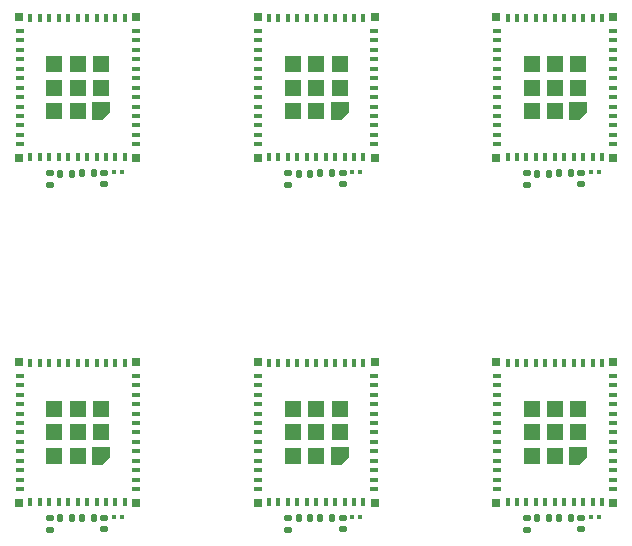
<source format=gbp>
G04 #@! TF.GenerationSoftware,KiCad,Pcbnew,9.0.0-9.0.0-2~ubuntu24.04.1*
G04 #@! TF.CreationDate,2025-03-16T16:10:11-04:00*
G04 #@! TF.ProjectId,panel9,70616e65-6c39-42e6-9b69-6361645f7063,rev?*
G04 #@! TF.SameCoordinates,Original*
G04 #@! TF.FileFunction,Paste,Bot*
G04 #@! TF.FilePolarity,Positive*
%FSLAX46Y46*%
G04 Gerber Fmt 4.6, Leading zero omitted, Abs format (unit mm)*
G04 Created by KiCad (PCBNEW 9.0.0-9.0.0-2~ubuntu24.04.1) date 2025-03-16 16:10:11*
%MOMM*%
%LPD*%
G01*
G04 APERTURE LIST*
G04 Aperture macros list*
%AMRoundRect*
0 Rectangle with rounded corners*
0 $1 Rounding radius*
0 $2 $3 $4 $5 $6 $7 $8 $9 X,Y pos of 4 corners*
0 Add a 4 corners polygon primitive as box body*
4,1,4,$2,$3,$4,$5,$6,$7,$8,$9,$2,$3,0*
0 Add four circle primitives for the rounded corners*
1,1,$1+$1,$2,$3*
1,1,$1+$1,$4,$5*
1,1,$1+$1,$6,$7*
1,1,$1+$1,$8,$9*
0 Add four rect primitives between the rounded corners*
20,1,$1+$1,$2,$3,$4,$5,0*
20,1,$1+$1,$4,$5,$6,$7,0*
20,1,$1+$1,$6,$7,$8,$9,0*
20,1,$1+$1,$8,$9,$2,$3,0*%
%AMFreePoly0*
4,1,6,0.725000,-0.725000,-0.125000,-0.725000,-0.725000,-0.125000,-0.725000,0.725000,0.725000,0.725000,0.725000,-0.725000,0.725000,-0.725000,$1*%
G04 Aperture macros list end*
%ADD10RoundRect,0.079500X-0.079500X-0.100500X0.079500X-0.100500X0.079500X0.100500X-0.079500X0.100500X0*%
%ADD11R,0.400000X0.800000*%
%ADD12R,0.800000X0.400000*%
%ADD13R,1.450000X1.450000*%
%ADD14FreePoly0,90.000000*%
%ADD15R,0.700000X0.700000*%
%ADD16RoundRect,0.135000X-0.185000X0.135000X-0.185000X-0.135000X0.185000X-0.135000X0.185000X0.135000X0*%
%ADD17RoundRect,0.135000X-0.135000X-0.185000X0.135000X-0.185000X0.135000X0.185000X-0.135000X0.185000X0*%
%ADD18RoundRect,0.140000X-0.170000X0.140000X-0.170000X-0.140000X0.170000X-0.140000X0.170000X0.140000X0*%
%ADD19RoundRect,0.140000X-0.140000X-0.170000X0.140000X-0.170000X0.140000X0.170000X-0.140000X0.170000X0*%
G04 APERTURE END LIST*
D10*
G04 #@! TO.C,C13*
X43555000Y-32550000D03*
X44245000Y-32550000D03*
G04 #@! TD*
D11*
G04 #@! TO.C,U3*
X24300000Y-31300000D03*
X23500000Y-31300000D03*
X22700000Y-31300000D03*
X21900000Y-31300000D03*
X21100000Y-31300000D03*
X20300000Y-31300000D03*
X19500000Y-31300000D03*
X18700000Y-31300000D03*
X17900000Y-31300000D03*
X17100000Y-31300000D03*
X16300000Y-31300000D03*
D12*
X15400000Y-30200000D03*
X15400000Y-29400000D03*
X15400000Y-28600000D03*
X15400000Y-27800000D03*
X15400000Y-27000000D03*
X15400000Y-26200000D03*
X15400000Y-25400000D03*
X15400000Y-24600000D03*
X15400000Y-23800000D03*
X15400000Y-23000000D03*
X15400000Y-22200000D03*
X15400000Y-21400000D03*
X15400000Y-20600000D03*
D11*
X16300000Y-19500000D03*
X17100000Y-19500000D03*
X17900000Y-19500000D03*
X18700000Y-19500000D03*
X19500000Y-19500000D03*
X20300000Y-19500000D03*
X21100000Y-19500000D03*
X21900000Y-19500000D03*
X22700000Y-19500000D03*
X23500000Y-19500000D03*
X24300000Y-19500000D03*
D12*
X25200000Y-20600000D03*
X25200000Y-21400000D03*
X25200000Y-22200000D03*
X25200000Y-23000000D03*
X25200000Y-23800000D03*
X25200000Y-24600000D03*
X25200000Y-25400000D03*
X25200000Y-26200000D03*
X25200000Y-27000000D03*
X25200000Y-27800000D03*
X25200000Y-28600000D03*
X25200000Y-29400000D03*
X25200000Y-30200000D03*
D13*
X18325000Y-27375000D03*
X20300000Y-27375000D03*
D14*
X22275000Y-27375000D03*
D13*
X18325000Y-25400000D03*
X20300000Y-25400000D03*
X22275000Y-25400000D03*
X18325000Y-23425000D03*
X20300000Y-23425000D03*
X22275000Y-23425000D03*
D15*
X25250000Y-19450000D03*
X15350000Y-19450000D03*
X15350000Y-31350000D03*
X25250000Y-31350000D03*
G04 #@! TD*
D11*
G04 #@! TO.C,U3*
X64700000Y-31300000D03*
X63900000Y-31300000D03*
X63100000Y-31300000D03*
X62300000Y-31300000D03*
X61500000Y-31300000D03*
X60700000Y-31300000D03*
X59900000Y-31300000D03*
X59100000Y-31300000D03*
X58300000Y-31300000D03*
X57500000Y-31300000D03*
X56700000Y-31300000D03*
D12*
X55800000Y-30200000D03*
X55800000Y-29400000D03*
X55800000Y-28600000D03*
X55800000Y-27800000D03*
X55800000Y-27000000D03*
X55800000Y-26200000D03*
X55800000Y-25400000D03*
X55800000Y-24600000D03*
X55800000Y-23800000D03*
X55800000Y-23000000D03*
X55800000Y-22200000D03*
X55800000Y-21400000D03*
X55800000Y-20600000D03*
D11*
X56700000Y-19500000D03*
X57500000Y-19500000D03*
X58300000Y-19500000D03*
X59100000Y-19500000D03*
X59900000Y-19500000D03*
X60700000Y-19500000D03*
X61500000Y-19500000D03*
X62300000Y-19500000D03*
X63100000Y-19500000D03*
X63900000Y-19500000D03*
X64700000Y-19500000D03*
D12*
X65600000Y-20600000D03*
X65600000Y-21400000D03*
X65600000Y-22200000D03*
X65600000Y-23000000D03*
X65600000Y-23800000D03*
X65600000Y-24600000D03*
X65600000Y-25400000D03*
X65600000Y-26200000D03*
X65600000Y-27000000D03*
X65600000Y-27800000D03*
X65600000Y-28600000D03*
X65600000Y-29400000D03*
X65600000Y-30200000D03*
D13*
X58725000Y-27375000D03*
X60700000Y-27375000D03*
D14*
X62675000Y-27375000D03*
D13*
X58725000Y-25400000D03*
X60700000Y-25400000D03*
X62675000Y-25400000D03*
X58725000Y-23425000D03*
X60700000Y-23425000D03*
X62675000Y-23425000D03*
D15*
X65650000Y-19450000D03*
X55750000Y-19450000D03*
X55750000Y-31350000D03*
X65650000Y-31350000D03*
G04 #@! TD*
D10*
G04 #@! TO.C,C13*
X23355000Y-32550000D03*
X24045000Y-32550000D03*
G04 #@! TD*
D16*
G04 #@! TO.C,R6*
X38130000Y-61820000D03*
X38130000Y-62840000D03*
G04 #@! TD*
D17*
G04 #@! TO.C,R10*
X61040000Y-32670000D03*
X62060000Y-32670000D03*
G04 #@! TD*
G04 #@! TO.C,R10*
X20640000Y-61870000D03*
X21660000Y-61870000D03*
G04 #@! TD*
D16*
G04 #@! TO.C,R6*
X17930000Y-32620000D03*
X17930000Y-33640000D03*
G04 #@! TD*
G04 #@! TO.C,R6*
X17930000Y-61820000D03*
X17930000Y-62840000D03*
G04 #@! TD*
D18*
G04 #@! TO.C,C14*
X22540000Y-32630000D03*
X22540000Y-33590000D03*
G04 #@! TD*
D11*
G04 #@! TO.C,U3*
X44500000Y-60500000D03*
X43700000Y-60500000D03*
X42900000Y-60500000D03*
X42100000Y-60500000D03*
X41300000Y-60500000D03*
X40500000Y-60500000D03*
X39700000Y-60500000D03*
X38900000Y-60500000D03*
X38100000Y-60500000D03*
X37300000Y-60500000D03*
X36500000Y-60500000D03*
D12*
X35600000Y-59400000D03*
X35600000Y-58600000D03*
X35600000Y-57800000D03*
X35600000Y-57000000D03*
X35600000Y-56200000D03*
X35600000Y-55400000D03*
X35600000Y-54600000D03*
X35600000Y-53800000D03*
X35600000Y-53000000D03*
X35600000Y-52200000D03*
X35600000Y-51400000D03*
X35600000Y-50600000D03*
X35600000Y-49800000D03*
D11*
X36500000Y-48700000D03*
X37300000Y-48700000D03*
X38100000Y-48700000D03*
X38900000Y-48700000D03*
X39700000Y-48700000D03*
X40500000Y-48700000D03*
X41300000Y-48700000D03*
X42100000Y-48700000D03*
X42900000Y-48700000D03*
X43700000Y-48700000D03*
X44500000Y-48700000D03*
D12*
X45400000Y-49800000D03*
X45400000Y-50600000D03*
X45400000Y-51400000D03*
X45400000Y-52200000D03*
X45400000Y-53000000D03*
X45400000Y-53800000D03*
X45400000Y-54600000D03*
X45400000Y-55400000D03*
X45400000Y-56200000D03*
X45400000Y-57000000D03*
X45400000Y-57800000D03*
X45400000Y-58600000D03*
X45400000Y-59400000D03*
D13*
X38525000Y-56575000D03*
X40500000Y-56575000D03*
D14*
X42475000Y-56575000D03*
D13*
X38525000Y-54600000D03*
X40500000Y-54600000D03*
X42475000Y-54600000D03*
X38525000Y-52625000D03*
X40500000Y-52625000D03*
X42475000Y-52625000D03*
D15*
X45450000Y-48650000D03*
X35550000Y-48650000D03*
X35550000Y-60550000D03*
X45450000Y-60550000D03*
G04 #@! TD*
D10*
G04 #@! TO.C,C13*
X63755000Y-61750000D03*
X64445000Y-61750000D03*
G04 #@! TD*
D11*
G04 #@! TO.C,U3*
X64700000Y-60500000D03*
X63900000Y-60500000D03*
X63100000Y-60500000D03*
X62300000Y-60500000D03*
X61500000Y-60500000D03*
X60700000Y-60500000D03*
X59900000Y-60500000D03*
X59100000Y-60500000D03*
X58300000Y-60500000D03*
X57500000Y-60500000D03*
X56700000Y-60500000D03*
D12*
X55800000Y-59400000D03*
X55800000Y-58600000D03*
X55800000Y-57800000D03*
X55800000Y-57000000D03*
X55800000Y-56200000D03*
X55800000Y-55400000D03*
X55800000Y-54600000D03*
X55800000Y-53800000D03*
X55800000Y-53000000D03*
X55800000Y-52200000D03*
X55800000Y-51400000D03*
X55800000Y-50600000D03*
X55800000Y-49800000D03*
D11*
X56700000Y-48700000D03*
X57500000Y-48700000D03*
X58300000Y-48700000D03*
X59100000Y-48700000D03*
X59900000Y-48700000D03*
X60700000Y-48700000D03*
X61500000Y-48700000D03*
X62300000Y-48700000D03*
X63100000Y-48700000D03*
X63900000Y-48700000D03*
X64700000Y-48700000D03*
D12*
X65600000Y-49800000D03*
X65600000Y-50600000D03*
X65600000Y-51400000D03*
X65600000Y-52200000D03*
X65600000Y-53000000D03*
X65600000Y-53800000D03*
X65600000Y-54600000D03*
X65600000Y-55400000D03*
X65600000Y-56200000D03*
X65600000Y-57000000D03*
X65600000Y-57800000D03*
X65600000Y-58600000D03*
X65600000Y-59400000D03*
D13*
X58725000Y-56575000D03*
X60700000Y-56575000D03*
D14*
X62675000Y-56575000D03*
D13*
X58725000Y-54600000D03*
X60700000Y-54600000D03*
X62675000Y-54600000D03*
X58725000Y-52625000D03*
X60700000Y-52625000D03*
X62675000Y-52625000D03*
D15*
X65650000Y-48650000D03*
X55750000Y-48650000D03*
X55750000Y-60550000D03*
X65650000Y-60550000D03*
G04 #@! TD*
D16*
G04 #@! TO.C,R6*
X38130000Y-32620000D03*
X38130000Y-33640000D03*
G04 #@! TD*
D18*
G04 #@! TO.C,C14*
X22540000Y-61830000D03*
X22540000Y-62790000D03*
G04 #@! TD*
D16*
G04 #@! TO.C,R6*
X58330000Y-32620000D03*
X58330000Y-33640000D03*
G04 #@! TD*
D10*
G04 #@! TO.C,C13*
X63755000Y-32550000D03*
X64445000Y-32550000D03*
G04 #@! TD*
D19*
G04 #@! TO.C,C5*
X39030000Y-32680000D03*
X39990000Y-32680000D03*
G04 #@! TD*
D17*
G04 #@! TO.C,R10*
X40840000Y-61870000D03*
X41860000Y-61870000D03*
G04 #@! TD*
D18*
G04 #@! TO.C,C14*
X42740000Y-61830000D03*
X42740000Y-62790000D03*
G04 #@! TD*
D10*
G04 #@! TO.C,C13*
X43555000Y-61750000D03*
X44245000Y-61750000D03*
G04 #@! TD*
D17*
G04 #@! TO.C,R10*
X40840000Y-32670000D03*
X41860000Y-32670000D03*
G04 #@! TD*
D16*
G04 #@! TO.C,R6*
X58330000Y-61820000D03*
X58330000Y-62840000D03*
G04 #@! TD*
D18*
G04 #@! TO.C,C14*
X62940000Y-61830000D03*
X62940000Y-62790000D03*
G04 #@! TD*
D11*
G04 #@! TO.C,U3*
X24300000Y-60500000D03*
X23500000Y-60500000D03*
X22700000Y-60500000D03*
X21900000Y-60500000D03*
X21100000Y-60500000D03*
X20300000Y-60500000D03*
X19500000Y-60500000D03*
X18700000Y-60500000D03*
X17900000Y-60500000D03*
X17100000Y-60500000D03*
X16300000Y-60500000D03*
D12*
X15400000Y-59400000D03*
X15400000Y-58600000D03*
X15400000Y-57800000D03*
X15400000Y-57000000D03*
X15400000Y-56200000D03*
X15400000Y-55400000D03*
X15400000Y-54600000D03*
X15400000Y-53800000D03*
X15400000Y-53000000D03*
X15400000Y-52200000D03*
X15400000Y-51400000D03*
X15400000Y-50600000D03*
X15400000Y-49800000D03*
D11*
X16300000Y-48700000D03*
X17100000Y-48700000D03*
X17900000Y-48700000D03*
X18700000Y-48700000D03*
X19500000Y-48700000D03*
X20300000Y-48700000D03*
X21100000Y-48700000D03*
X21900000Y-48700000D03*
X22700000Y-48700000D03*
X23500000Y-48700000D03*
X24300000Y-48700000D03*
D12*
X25200000Y-49800000D03*
X25200000Y-50600000D03*
X25200000Y-51400000D03*
X25200000Y-52200000D03*
X25200000Y-53000000D03*
X25200000Y-53800000D03*
X25200000Y-54600000D03*
X25200000Y-55400000D03*
X25200000Y-56200000D03*
X25200000Y-57000000D03*
X25200000Y-57800000D03*
X25200000Y-58600000D03*
X25200000Y-59400000D03*
D13*
X18325000Y-56575000D03*
X20300000Y-56575000D03*
D14*
X22275000Y-56575000D03*
D13*
X18325000Y-54600000D03*
X20300000Y-54600000D03*
X22275000Y-54600000D03*
X18325000Y-52625000D03*
X20300000Y-52625000D03*
X22275000Y-52625000D03*
D15*
X25250000Y-48650000D03*
X15350000Y-48650000D03*
X15350000Y-60550000D03*
X25250000Y-60550000D03*
G04 #@! TD*
D17*
G04 #@! TO.C,R10*
X61040000Y-61870000D03*
X62060000Y-61870000D03*
G04 #@! TD*
D18*
G04 #@! TO.C,C14*
X42740000Y-32630000D03*
X42740000Y-33590000D03*
G04 #@! TD*
D19*
G04 #@! TO.C,C5*
X39030000Y-61880000D03*
X39990000Y-61880000D03*
G04 #@! TD*
D10*
G04 #@! TO.C,C13*
X23355000Y-61750000D03*
X24045000Y-61750000D03*
G04 #@! TD*
D19*
G04 #@! TO.C,C5*
X59230000Y-61880000D03*
X60190000Y-61880000D03*
G04 #@! TD*
D18*
G04 #@! TO.C,C14*
X62940000Y-32630000D03*
X62940000Y-33590000D03*
G04 #@! TD*
D11*
G04 #@! TO.C,U3*
X44500000Y-31300000D03*
X43700000Y-31300000D03*
X42900000Y-31300000D03*
X42100000Y-31300000D03*
X41300000Y-31300000D03*
X40500000Y-31300000D03*
X39700000Y-31300000D03*
X38900000Y-31300000D03*
X38100000Y-31300000D03*
X37300000Y-31300000D03*
X36500000Y-31300000D03*
D12*
X35600000Y-30200000D03*
X35600000Y-29400000D03*
X35600000Y-28600000D03*
X35600000Y-27800000D03*
X35600000Y-27000000D03*
X35600000Y-26200000D03*
X35600000Y-25400000D03*
X35600000Y-24600000D03*
X35600000Y-23800000D03*
X35600000Y-23000000D03*
X35600000Y-22200000D03*
X35600000Y-21400000D03*
X35600000Y-20600000D03*
D11*
X36500000Y-19500000D03*
X37300000Y-19500000D03*
X38100000Y-19500000D03*
X38900000Y-19500000D03*
X39700000Y-19500000D03*
X40500000Y-19500000D03*
X41300000Y-19500000D03*
X42100000Y-19500000D03*
X42900000Y-19500000D03*
X43700000Y-19500000D03*
X44500000Y-19500000D03*
D12*
X45400000Y-20600000D03*
X45400000Y-21400000D03*
X45400000Y-22200000D03*
X45400000Y-23000000D03*
X45400000Y-23800000D03*
X45400000Y-24600000D03*
X45400000Y-25400000D03*
X45400000Y-26200000D03*
X45400000Y-27000000D03*
X45400000Y-27800000D03*
X45400000Y-28600000D03*
X45400000Y-29400000D03*
X45400000Y-30200000D03*
D13*
X38525000Y-27375000D03*
X40500000Y-27375000D03*
D14*
X42475000Y-27375000D03*
D13*
X38525000Y-25400000D03*
X40500000Y-25400000D03*
X42475000Y-25400000D03*
X38525000Y-23425000D03*
X40500000Y-23425000D03*
X42475000Y-23425000D03*
D15*
X45450000Y-19450000D03*
X35550000Y-19450000D03*
X35550000Y-31350000D03*
X45450000Y-31350000D03*
G04 #@! TD*
D19*
G04 #@! TO.C,C5*
X18830000Y-32680000D03*
X19790000Y-32680000D03*
G04 #@! TD*
G04 #@! TO.C,C5*
X59230000Y-32680000D03*
X60190000Y-32680000D03*
G04 #@! TD*
G04 #@! TO.C,C5*
X18830000Y-61880000D03*
X19790000Y-61880000D03*
G04 #@! TD*
D17*
G04 #@! TO.C,R10*
X20640000Y-32670000D03*
X21660000Y-32670000D03*
G04 #@! TD*
M02*

</source>
